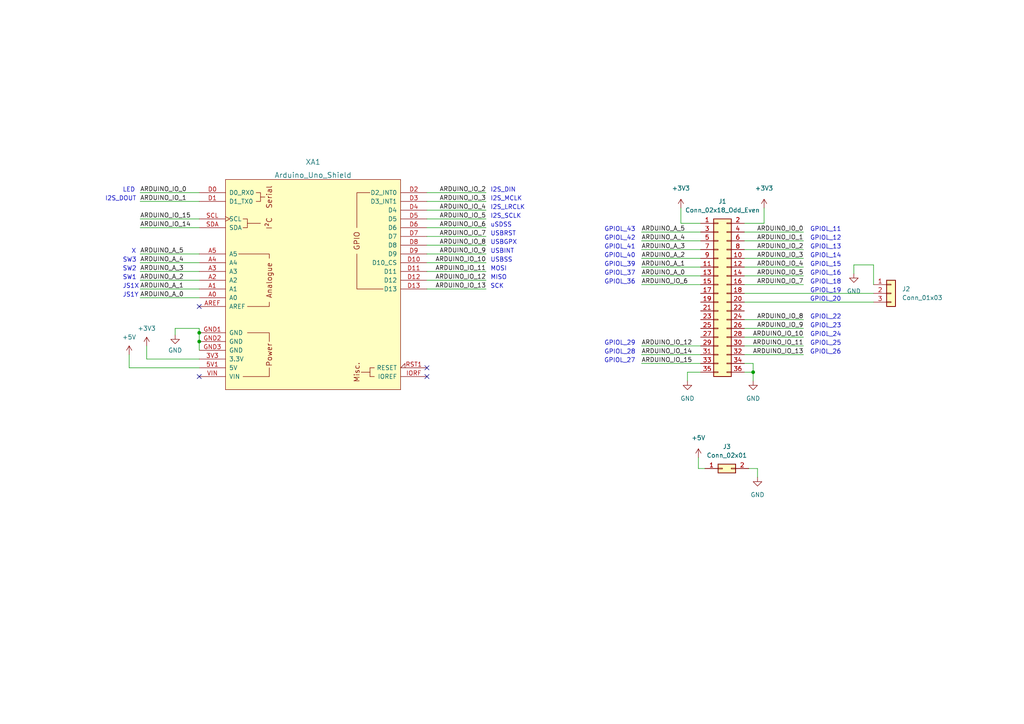
<source format=kicad_sch>
(kicad_sch (version 20211123) (generator eeschema)
  (paper "A4")
  (lib_symbols
    (symbol "Connector_Generic:Conn_01x03" (pin_names (offset 1.016) hide)
      (property "Reference" "J" (at 0 5.08 0))
      (property "Value" "Conn_01x03" (at 0 -5.08 0))
      (symbol "Conn_01x03_1_1"
        (rectangle (start -1.27 -2.413) (end 0 -2.667) (stroke (width 0.1524)))
        (rectangle (start -1.27 0.127) (end 0 -0.127) (stroke (width 0.1524)))
        (rectangle (start -1.27 2.667) (end 0 2.413) (stroke (width 0.1524)))
        (rectangle (start -1.27 3.81) (end 1.27 -3.81) (stroke (width 0.254)) (fill (type background)))
        (pin passive line (at -5.08 2.54 0) (length 3.81) (name "Pin_1") (number "1"))
        (pin passive line (at -5.08 0 0) (length 3.81) (name "Pin_2") (number "2"))
        (pin passive line (at -5.08 -2.54 0) (length 3.81) (name "Pin_3") (number "3"))
      )
    )
    (symbol "Connector_Generic:Conn_02x01" (pin_names (offset 1.016) hide)
      (property "Reference" "J" (at 1.27 2.54 0))
      (property "Value" "Conn_02x01" (at 1.27 -2.54 0))
      (symbol "Conn_02x01_1_1"
        (rectangle (start -1.27 0.127) (end 0 -0.127) (stroke (width 0.1524)))
        (rectangle (start -1.27 1.27) (end 3.81 -1.27) (stroke (width 0.254)) (fill (type background)))
        (rectangle (start 3.81 0.127) (end 2.54 -0.127) (stroke (width 0.1524)))
        (pin passive line (at -5.08 0 0) (length 3.81) (name "Pin_1") (number "1"))
        (pin passive line (at 7.62 0 180) (length 3.81) (name "Pin_2") (number "2"))
      )
    )
    (symbol "Connector_Generic:Conn_02x18_Odd_Even" (pin_names (offset 1.016) hide)
      (property "Reference" "J" (at 1.27 22.86 0))
      (property "Value" "Conn_02x18_Odd_Even" (at 1.27 -25.4 0))
      (symbol "Conn_02x18_Odd_Even_1_1"
        (rectangle (start -1.27 -22.733) (end 0 -22.987) (stroke (width 0.1524)))
        (rectangle (start -1.27 -20.193) (end 0 -20.447) (stroke (width 0.1524)))
        (rectangle (start -1.27 -17.653) (end 0 -17.907) (stroke (width 0.1524)))
        (rectangle (start -1.27 -15.113) (end 0 -15.367) (stroke (width 0.1524)))
        (rectangle (start -1.27 -12.573) (end 0 -12.827) (stroke (width 0.1524)))
        (rectangle (start -1.27 -10.033) (end 0 -10.287) (stroke (width 0.1524)))
        (rectangle (start -1.27 -7.493) (end 0 -7.747) (stroke (width 0.1524)))
        (rectangle (start -1.27 -4.953) (end 0 -5.207) (stroke (width 0.1524)))
        (rectangle (start -1.27 -2.413) (end 0 -2.667) (stroke (width 0.1524)))
        (rectangle (start -1.27 0.127) (end 0 -0.127) (stroke (width 0.1524)))
        (rectangle (start -1.27 2.667) (end 0 2.413) (stroke (width 0.1524)))
        (rectangle (start -1.27 5.207) (end 0 4.953) (stroke (width 0.1524)))
        (rectangle (start -1.27 7.747) (end 0 7.493) (stroke (width 0.1524)))
        (rectangle (start -1.27 10.287) (end 0 10.033) (stroke (width 0.1524)))
        (rectangle (start -1.27 12.827) (end 0 12.573) (stroke (width 0.1524)))
        (rectangle (start -1.27 15.367) (end 0 15.113) (stroke (width 0.1524)))
        (rectangle (start -1.27 17.907) (end 0 17.653) (stroke (width 0.1524)))
        (rectangle (start -1.27 20.447) (end 0 20.193) (stroke (width 0.1524)))
        (rectangle (start -1.27 21.59) (end 3.81 -24.13) (stroke (width 0.254)) (fill (type background)))
        (rectangle (start 3.81 -22.733) (end 2.54 -22.987) (stroke (width 0.1524)))
        (rectangle (start 3.81 -20.193) (end 2.54 -20.447) (stroke (width 0.1524)))
        (rectangle (start 3.81 -17.653) (end 2.54 -17.907) (stroke (width 0.1524)))
        (rectangle (start 3.81 -15.113) (end 2.54 -15.367) (stroke (width 0.1524)))
        (rectangle (start 3.81 -12.573) (end 2.54 -12.827) (stroke (width 0.1524)))
        (rectangle (start 3.81 -10.033) (end 2.54 -10.287) (stroke (width 0.1524)))
        (rectangle (start 3.81 -7.493) (end 2.54 -7.747) (stroke (width 0.1524)))
        (rectangle (start 3.81 -4.953) (end 2.54 -5.207) (stroke (width 0.1524)))
        (rectangle (start 3.81 -2.413) (end 2.54 -2.667) (stroke (width 0.1524)))
        (rectangle (start 3.81 0.127) (end 2.54 -0.127) (stroke (width 0.1524)))
        (rectangle (start 3.81 2.667) (end 2.54 2.413) (stroke (width 0.1524)))
        (rectangle (start 3.81 5.207) (end 2.54 4.953) (stroke (width 0.1524)))
        (rectangle (start 3.81 7.747) (end 2.54 7.493) (stroke (width 0.1524)))
        (rectangle (start 3.81 10.287) (end 2.54 10.033) (stroke (width 0.1524)))
        (rectangle (start 3.81 12.827) (end 2.54 12.573) (stroke (width 0.1524)))
        (rectangle (start 3.81 15.367) (end 2.54 15.113) (stroke (width 0.1524)))
        (rectangle (start 3.81 17.907) (end 2.54 17.653) (stroke (width 0.1524)))
        (rectangle (start 3.81 20.447) (end 2.54 20.193) (stroke (width 0.1524)))
        (pin passive line (at -5.08 20.32 0) (length 3.81) (name "Pin_1") (number "1"))
        (pin passive line (at 7.62 10.16 180) (length 3.81) (name "Pin_10") (number "10"))
        (pin passive line (at -5.08 7.62 0) (length 3.81) (name "Pin_11") (number "11"))
        (pin passive line (at 7.62 7.62 180) (length 3.81) (name "Pin_12") (number "12"))
        (pin passive line (at -5.08 5.08 0) (length 3.81) (name "Pin_13") (number "13"))
        (pin passive line (at 7.62 5.08 180) (length 3.81) (name "Pin_14") (number "14"))
        (pin passive line (at -5.08 2.54 0) (length 3.81) (name "Pin_15") (number "15"))
        (pin passive line (at 7.62 2.54 180) (length 3.81) (name "Pin_16") (number "16"))
        (pin passive line (at -5.08 0 0) (length 3.81) (name "Pin_17") (number "17"))
        (pin passive line (at 7.62 0 180) (length 3.81) (name "Pin_18") (number "18"))
        (pin passive line (at -5.08 -2.54 0) (length 3.81) (name "Pin_19") (number "19"))
        (pin passive line (at 7.62 20.32 180) (length 3.81) (name "Pin_2") (number "2"))
        (pin passive line (at 7.62 -2.54 180) (length 3.81) (name "Pin_20") (number "20"))
        (pin passive line (at -5.08 -5.08 0) (length 3.81) (name "Pin_21") (number "21"))
        (pin passive line (at 7.62 -5.08 180) (length 3.81) (name "Pin_22") (number "22"))
        (pin passive line (at -5.08 -7.62 0) (length 3.81) (name "Pin_23") (number "23"))
        (pin passive line (at 7.62 -7.62 180) (length 3.81) (name "Pin_24") (number "24"))
        (pin passive line (at -5.08 -10.16 0) (length 3.81) (name "Pin_25") (number "25"))
        (pin passive line (at 7.62 -10.16 180) (length 3.81) (name "Pin_26") (number "26"))
        (pin passive line (at -5.08 -12.7 0) (length 3.81) (name "Pin_27") (number "27"))
        (pin passive line (at 7.62 -12.7 180) (length 3.81) (name "Pin_28") (number "28"))
        (pin passive line (at -5.08 -15.24 0) (length 3.81) (name "Pin_29") (number "29"))
        (pin passive line (at -5.08 17.78 0) (length 3.81) (name "Pin_3") (number "3"))
        (pin passive line (at 7.62 -15.24 180) (length 3.81) (name "Pin_30") (number "30"))
        (pin passive line (at -5.08 -17.78 0) (length 3.81) (name "Pin_31") (number "31"))
        (pin passive line (at 7.62 -17.78 180) (length 3.81) (name "Pin_32") (number "32"))
        (pin passive line (at -5.08 -20.32 0) (length 3.81) (name "Pin_33") (number "33"))
        (pin passive line (at 7.62 -20.32 180) (length 3.81) (name "Pin_34") (number "34"))
        (pin passive line (at -5.08 -22.86 0) (length 3.81) (name "Pin_35") (number "35"))
        (pin passive line (at 7.62 -22.86 180) (length 3.81) (name "Pin_36") (number "36"))
        (pin passive line (at 7.62 17.78 180) (length 3.81) (name "Pin_4") (number "4"))
        (pin passive line (at -5.08 15.24 0) (length 3.81) (name "Pin_5") (number "5"))
        (pin passive line (at 7.62 15.24 180) (length 3.81) (name "Pin_6") (number "6"))
        (pin passive line (at -5.08 12.7 0) (length 3.81) (name "Pin_7") (number "7"))
        (pin passive line (at 7.62 12.7 180) (length 3.81) (name "Pin_8") (number "8"))
        (pin passive line (at -5.08 10.16 0) (length 3.81) (name "Pin_9") (number "9"))
      )
    )
    (symbol "arduino:Arduino_Uno_Shield" (pin_names (offset 1.016))
      (property "Reference" "XA1001" (at 0 35.56 0))
      (property "Value" "Arduino_Uno_Shield" (at 0 31.75 0))
      (symbol "Arduino_Uno_Shield_0_0"
        (rectangle (start -25.4 30.48) (end 25.4 -30.48) (fill (type background)))
        (rectangle (start -20.32 -26.67) (end -12.7 -26.67))
        (rectangle (start -19.05 -13.97) (end -12.7 -13.97))
        (polyline (pts (xy -19.05 17.78) (xy -15.24 17.78)))
        (polyline (pts (xy -15.24 25.4) (xy -13.97 25.4)))
        (polyline (pts (xy -12.7 -26.67) (xy -12.7 -24.13)))
        (polyline (pts (xy -12.7 -15.24) (xy -12.7 -16.51)))
        (polyline (pts (xy -12.7 -13.97) (xy -12.7 -15.24)))
        (polyline (pts (xy -12.7 -5.08) (xy -12.7 -6.35) (xy -19.05 -6.35)))
        (polyline (pts (xy -12.7 7.62) (xy -12.7 8.89) (xy -21.59 8.89)))
        (polyline (pts (xy 12.7 8.89) (xy 12.7 -1.27) (xy 20.32 -1.27)))
        (polyline (pts (xy 12.7 16.51) (xy 12.7 26.67) (xy 16.51 26.67)))
        (polyline (pts (xy -20.32 19.05) (xy -19.05 19.05) (xy -19.05 16.51) (xy -20.32 16.51)))
        (polyline (pts (xy -16.51 26.67) (xy -15.24 26.67) (xy -15.24 24.13) (xy -16.51 24.13)))
        (rectangle (start 16.51 -25.4) (end 13.97 -25.4))
        (rectangle (start 16.51 -24.13) (end 16.51 -26.67))
        (rectangle (start 17.78 -26.67) (end 16.51 -26.67))
        (rectangle (start 17.78 -24.13) (end 16.51 -24.13))
        (text "Analogue" (at -12.7 1.27 900) (effects (font (size 1.524 1.524))))
        (text "I²C" (at -12.7 17.78 900) (effects (font (size 1.524 1.524))))
        (text "Misc." (at 12.7 -25.4 900) (effects (font (size 1.524 1.524))))
        (text "Power" (at -12.7 -20.32 900) (effects (font (size 1.524 1.524))))
        (text "Serial" (at -12.7 25.4 900) (effects (font (size 1.524 1.524))))
      )
      (symbol "Arduino_Uno_Shield_1_0"
        (text "GPIO" (at 12.7 12.7 900) (effects (font (size 1.524 1.524))))
      )
      (symbol "Arduino_Uno_Shield_1_1"
        (pin power_out line (at -33.02 -21.59 0) (length 7.62) (name "3.3V") (number "3V3"))
        (pin power_in line (at -33.02 -24.13 0) (length 7.62) (name "5V") (number "5V1"))
        (pin bidirectional line (at -33.02 -3.81 0) (length 7.62) (name "A0") (number "A0"))
        (pin bidirectional line (at -33.02 -1.27 0) (length 7.62) (name "A1") (number "A1"))
        (pin bidirectional line (at -33.02 1.27 0) (length 7.62) (name "A2") (number "A2"))
        (pin bidirectional line (at -33.02 3.81 0) (length 7.62) (name "A3") (number "A3"))
        (pin bidirectional line (at -33.02 6.35 0) (length 7.62) (name "A4") (number "A4"))
        (pin bidirectional line (at -33.02 8.89 0) (length 7.62) (name "A5") (number "A5"))
        (pin input line (at -33.02 -6.35 0) (length 7.62) (name "AREF") (number "AREF"))
        (pin bidirectional line (at -33.02 26.67 0) (length 7.62) (name "D0_RX0") (number "D0"))
        (pin bidirectional line (at -33.02 24.13 0) (length 7.62) (name "D1_TX0") (number "D1"))
        (pin bidirectional line (at 33.02 6.35 180) (length 7.62) (name "D10_CS") (number "D10"))
        (pin bidirectional line (at 33.02 3.81 180) (length 7.62) (name "D11") (number "D11"))
        (pin bidirectional line (at 33.02 1.27 180) (length 7.62) (name "D12") (number "D12"))
        (pin bidirectional line (at 33.02 -1.27 180) (length 7.62) (name "D13") (number "D13"))
        (pin bidirectional line (at 33.02 26.67 180) (length 7.62) (name "D2_INT0") (number "D2"))
        (pin bidirectional line (at 33.02 24.13 180) (length 7.62) (name "D3_INT1") (number "D3"))
        (pin bidirectional line (at 33.02 21.59 180) (length 7.62) (name "D4") (number "D4"))
        (pin bidirectional line (at 33.02 19.05 180) (length 7.62) (name "D5") (number "D5"))
        (pin bidirectional line (at 33.02 16.51 180) (length 7.62) (name "D6") (number "D6"))
        (pin bidirectional line (at 33.02 13.97 180) (length 7.62) (name "D7") (number "D7"))
        (pin bidirectional line (at 33.02 11.43 180) (length 7.62) (name "D8") (number "D8"))
        (pin bidirectional line (at 33.02 8.89 180) (length 7.62) (name "D9") (number "D9"))
        (pin power_in line (at -33.02 -13.97 0) (length 7.62) (name "GND") (number "GND1"))
        (pin power_in line (at -33.02 -16.51 0) (length 7.62) (name "GND") (number "GND2"))
        (pin power_in line (at -33.02 -19.05 0) (length 7.62) (name "GND") (number "GND3"))
        (pin output line (at 33.02 -26.67 180) (length 7.62) (name "IOREF") (number "IORF"))
        (pin open_collector input_low (at 33.02 -24.13 180) (length 7.62) (name "RESET") (number "RST1"))
        (pin bidirectional clock (at -33.02 19.05 0) (length 7.62) (name "SCL") (number "SCL"))
        (pin bidirectional line (at -33.02 16.51 0) (length 7.62) (name "SDA") (number "SDA"))
        (pin power_in line (at -33.02 -26.67 0) (length 7.62) (name "VIN") (number "VIN"))
      )
    )
    (symbol "power:+3V3" (power) (pin_names (offset 0))
      (property "Value" "+3V3" (at 0 3.556 0))
      (symbol "+3V3_0_1"
        (polyline (pts (xy -0.762 1.27) (xy 0 2.54)))
        (polyline (pts (xy 0 0) (xy 0 2.54)))
        (polyline (pts (xy 0 2.54) (xy 0.762 1.27)))
      )
      (symbol "+3V3_1_1"
        (pin power_in line (at 0 0 90) (length 0) hide (name "+3V3") (number "1"))
      )
    )
    (symbol "power:+5V" (power) (pin_names (offset 0))
      (property "Value" "+5V" (at 0 3.556 0))
      (symbol "+5V_0_1"
        (polyline (pts (xy -0.762 1.27) (xy 0 2.54)))
        (polyline (pts (xy 0 0) (xy 0 2.54)))
        (polyline (pts (xy 0 2.54) (xy 0.762 1.27)))
      )
      (symbol "+5V_1_1"
        (pin power_in line (at 0 0 90) (length 0) hide (name "+5V") (number "1"))
      )
    )
    (symbol "power:GND" (power) (pin_names (offset 0))
      (property "Value" "GND" (at 0 -3.81 0))
      (symbol "GND_0_1"
        (polyline (pts (xy 0 0) (xy 0 -1.27) (xy 1.27 -1.27) (xy 0 -2.54) (xy -1.27 -1.27) (xy 0 -1.27)))
      )
      (symbol "GND_1_1"
        (pin power_in line (at 0 0 270) (length 0) hide (name "GND") (number "1"))
      )
    )
  )
  (junction (at 218.44 107.95))
  (junction (at 57.785 99.06))
  (junction (at 57.785 96.52))
  (no_connect (at 123.825 109.22))
  (no_connect (at 123.825 106.68))
  (no_connect (at 57.785 109.22))
  (no_connect (at 57.785 88.9))
  (wire (pts (xy 186.055 105.41) (xy 203.2 105.41)))
  (wire (pts (xy 40.64 73.66) (xy 57.785 73.66)))
  (wire (pts (xy 140.97 58.42) (xy 123.825 58.42)))
  (wire (pts (xy 199.39 107.95) (xy 203.2 107.95)))
  (wire (pts (xy 57.785 95.25) (xy 57.785 96.52)))
  (wire (pts (xy 186.055 67.31) (xy 203.2 67.31)))
  (wire (pts (xy 186.055 77.47) (xy 203.2 77.47)))
  (wire (pts (xy 197.485 64.77) (xy 203.2 64.77)))
  (wire (pts (xy 215.9 85.09) (xy 253.365 85.09)))
  (wire (pts (xy 233.045 69.85) (xy 215.9 69.85)))
  (wire (pts (xy 40.64 55.88) (xy 57.785 55.88)))
  (wire (pts (xy 40.64 63.5) (xy 57.785 63.5)))
  (wire (pts (xy 215.9 87.63) (xy 253.365 87.63)))
  (wire (pts (xy 50.8 95.25) (xy 57.785 95.25)))
  (wire (pts (xy 186.055 100.33) (xy 203.2 100.33)))
  (wire (pts (xy 247.65 79.375) (xy 247.65 76.835)))
  (wire (pts (xy 37.465 102.87) (xy 37.465 106.68)))
  (wire (pts (xy 221.615 60.325) (xy 221.615 64.77)))
  (wire (pts (xy 199.39 110.49) (xy 199.39 107.95)))
  (wire (pts (xy 215.9 105.41) (xy 218.44 105.41)))
  (wire (pts (xy 253.365 76.835) (xy 253.365 82.55)))
  (wire (pts (xy 233.045 92.71) (xy 215.9 92.71)))
  (wire (pts (xy 40.64 58.42) (xy 57.785 58.42)))
  (wire (pts (xy 218.44 107.95) (xy 218.44 110.49)))
  (wire (pts (xy 233.045 100.33) (xy 215.9 100.33)))
  (wire (pts (xy 221.615 64.77) (xy 215.9 64.77)))
  (wire (pts (xy 140.97 66.04) (xy 123.825 66.04)))
  (wire (pts (xy 233.045 77.47) (xy 215.9 77.47)))
  (wire (pts (xy 233.045 74.93) (xy 215.9 74.93)))
  (wire (pts (xy 202.565 132.715) (xy 202.565 135.89)))
  (wire (pts (xy 233.045 67.31) (xy 215.9 67.31)))
  (wire (pts (xy 219.71 138.43) (xy 219.71 135.89)))
  (wire (pts (xy 197.485 60.325) (xy 197.485 64.77)))
  (wire (pts (xy 140.97 60.96) (xy 123.825 60.96)))
  (wire (pts (xy 57.785 99.06) (xy 57.785 101.6)))
  (wire (pts (xy 186.055 80.01) (xy 203.2 80.01)))
  (wire (pts (xy 233.045 102.87) (xy 215.9 102.87)))
  (wire (pts (xy 140.97 68.58) (xy 123.825 68.58)))
  (wire (pts (xy 186.055 74.93) (xy 203.2 74.93)))
  (wire (pts (xy 233.045 97.79) (xy 215.9 97.79)))
  (wire (pts (xy 233.045 82.55) (xy 215.9 82.55)))
  (wire (pts (xy 233.045 72.39) (xy 215.9 72.39)))
  (wire (pts (xy 140.97 71.12) (xy 123.825 71.12)))
  (wire (pts (xy 42.545 100.33) (xy 42.545 104.14)))
  (wire (pts (xy 40.64 83.82) (xy 57.785 83.82)))
  (wire (pts (xy 186.055 102.87) (xy 203.2 102.87)))
  (wire (pts (xy 140.97 83.82) (xy 123.825 83.82)))
  (wire (pts (xy 140.97 78.74) (xy 123.825 78.74)))
  (wire (pts (xy 37.465 106.68) (xy 57.785 106.68)))
  (wire (pts (xy 247.65 76.835) (xy 253.365 76.835)))
  (wire (pts (xy 233.045 80.01) (xy 215.9 80.01)))
  (wire (pts (xy 218.44 105.41) (xy 218.44 107.95)))
  (wire (pts (xy 57.785 96.52) (xy 57.785 99.06)))
  (wire (pts (xy 186.055 82.55) (xy 203.2 82.55)))
  (wire (pts (xy 40.64 81.28) (xy 57.785 81.28)))
  (wire (pts (xy 140.97 76.2) (xy 123.825 76.2)))
  (wire (pts (xy 140.97 55.88) (xy 123.825 55.88)))
  (wire (pts (xy 186.055 69.85) (xy 203.2 69.85)))
  (wire (pts (xy 215.9 107.95) (xy 218.44 107.95)))
  (wire (pts (xy 219.71 135.89) (xy 217.17 135.89)))
  (wire (pts (xy 202.565 135.89) (xy 204.47 135.89)))
  (wire (pts (xy 42.545 104.14) (xy 57.785 104.14)))
  (wire (pts (xy 186.055 72.39) (xy 203.2 72.39)))
  (wire (pts (xy 140.97 63.5) (xy 123.825 63.5)))
  (wire (pts (xy 233.045 95.25) (xy 215.9 95.25)))
  (wire (pts (xy 50.8 97.155) (xy 50.8 95.25)))
  (wire (pts (xy 40.64 86.36) (xy 57.785 86.36)))
  (wire (pts (xy 40.64 76.2) (xy 57.785 76.2)))
  (wire (pts (xy 40.64 66.04) (xy 57.785 66.04)))
  (wire (pts (xy 140.97 73.66) (xy 123.825 73.66)))
  (wire (pts (xy 140.97 81.28) (xy 123.825 81.28)))
  (wire (pts (xy 40.64 78.74) (xy 57.785 78.74)))
  (text "GPIOL_28" (at 175.26 102.87 0) (effects (font (size 1.27 1.27)) (justify left bottom)))
  (text "GPIOL_16" (at 234.95 80.01 0) (effects (font (size 1.27 1.27)) (justify left bottom)))
  (text "JS1Y" (at 35.56 86.36 0) (effects (font (size 1.27 1.27)) (justify left bottom)))
  (text "GPIOL_14" (at 234.95 74.93 0) (effects (font (size 1.27 1.27)) (justify left bottom)))
  (text "GPIOL_39" (at 175.26 77.47 0) (effects (font (size 1.27 1.27)) (justify left bottom)))
  (text "GPIOL_40" (at 175.2392 74.9031 0) (effects (font (size 1.27 1.27)) (justify left bottom)))
  (text "GPIOL_36" (at 175.26 82.55 0) (effects (font (size 1.27 1.27)) (justify left bottom)))
  (text "MISO" (at 142.24 81.28 0) (effects (font (size 1.27 1.27)) (justify left bottom)))
  (text "SW3" (at 35.56 76.2 0) (effects (font (size 1.27 1.27)) (justify left bottom)))
  (text "I2S_SCLK" (at 142.24 63.5 0) (effects (font (size 1.27 1.27)) (justify left bottom)))
  (text "LED" (at 35.56 55.88 0) (effects (font (size 1.27 1.27)) (justify left bottom)))
  (text "GPIOL_11" (at 234.95 67.31 0) (effects (font (size 1.27 1.27)) (justify left bottom)))
  (text "GPIOL_41" (at 175.26 72.39 0) (effects (font (size 1.27 1.27)) (justify left bottom)))
  (text "GPIOL_20" (at 234.9176 87.5645 0) (effects (font (size 1.27 1.27)) (justify left bottom)))
  (text "SW1" (at 35.56 81.28 0) (effects (font (size 1.27 1.27)) (justify left bottom)))
  (text "X" (at 38.1 73.66 0) (effects (font (size 1.27 1.27)) (justify left bottom)))
  (text "GPIOL_27" (at 175.2097 105.3696 0) (effects (font (size 1.27 1.27)) (justify left bottom)))
  (text "USBSS" (at 142.24 76.2 0) (effects (font (size 1.27 1.27)) (justify left bottom)))
  (text "JS1X" (at 35.56 83.82 0) (effects (font (size 1.27 1.27)) (justify left bottom)))
  (text "USBGPX" (at 142.2387 71.0906 0) (effects (font (size 1.27 1.27)) (justify left bottom)))
  (text "GPIOL_24" (at 234.95 97.79 0) (effects (font (size 1.27 1.27)) (justify left bottom)))
  (text "SCK" (at 142.2082 83.8199 0) (effects (font (size 1.27 1.27)) (justify left bottom)))
  (text "I2S_LRCLK" (at 142.24 60.96 0) (effects (font (size 1.27 1.27)) (justify left bottom)))
  (text "GPIOL_25" (at 234.95 100.33 0) (effects (font (size 1.27 1.27)) (justify left bottom)))
  (text "GPIOL_43" (at 175.26 67.31 0) (effects (font (size 1.27 1.27)) (justify left bottom)))
  (text "GPIOL_19" (at 234.95 85.09 0) (effects (font (size 1.27 1.27)) (justify left bottom)))
  (text "GPIOL_42" (at 175.26 69.85 0) (effects (font (size 1.27 1.27)) (justify left bottom)))
  (text "uSDSS" (at 142.24 66.04 0) (effects (font (size 1.27 1.27)) (justify left bottom)))
  (text "GPIOL_15" (at 234.95 77.47 0) (effects (font (size 1.27 1.27)) (justify left bottom)))
  (text "USBINT" (at 142.24 73.66 0) (effects (font (size 1.27 1.27)) (justify left bottom)))
  (text "MOSI" (at 142.24 78.74 0) (effects (font (size 1.27 1.27)) (justify left bottom)))
  (text "GPIOL_18" (at 234.95 82.55 0) (effects (font (size 1.27 1.27)) (justify left bottom)))
  (text "I2S_MCLK" (at 142.24 58.42 0) (effects (font (size 1.27 1.27)) (justify left bottom)))
  (text "I2S_DOUT" (at 30.48 58.42 0) (effects (font (size 1.27 1.27)) (justify left bottom)))
  (text "USBRST" (at 142.24 68.58 0) (effects (font (size 1.27 1.27)) (justify left bottom)))
  (text "GPIOL_29" (at 175.2563 100.2994 0) (effects (font (size 1.27 1.27)) (justify left bottom)))
  (text "GPIOL_12" (at 234.95 69.85 0) (effects (font (size 1.27 1.27)) (justify left bottom)))
  (text "GPIOL_22" (at 234.95 92.71 0) (effects (font (size 1.27 1.27)) (justify left bottom)))
  (text "I2S_DIN" (at 142.24 55.88 0) (effects (font (size 1.27 1.27)) (justify left bottom)))
  (text "GPIOL_37" (at 175.26 80.01 0) (effects (font (size 1.27 1.27)) (justify left bottom)))
  (text "GPIOL_13" (at 234.95 72.39 0) (effects (font (size 1.27 1.27)) (justify left bottom)))
  (text "SW2" (at 35.5587 78.7399 0) (effects (font (size 1.27 1.27)) (justify left bottom)))
  (text "GPIOL_23" (at 234.95 95.25 0) (effects (font (size 1.27 1.27)) (justify left bottom)))
  (text "GPIOL_26" (at 234.9176 102.8669 0) (effects (font (size 1.27 1.27)) (justify left bottom)))
  (label "ARDUINO_A_0" (at 186.055 80.01 0))
  (label "ARDUINO_IO_12" (at 140.97 81.28 180))
  (label "ARDUINO_IO_11" (at 233.045 100.33 180))
  (label "ARDUINO_IO_7" (at 140.97 68.58 180))
  (label "ARDUINO_A_3" (at 186.055 72.39 0))
  (label "ARDUINO_IO_13" (at 233.045 102.87 180))
  (label "ARDUINO_IO_13" (at 140.97 83.82 180))
  (label "ARDUINO_IO_3" (at 233.045 74.93 180))
  (label "ARDUINO_IO_15" (at 186.055 105.41 0))
  (label "ARDUINO_A_2" (at 40.64 81.28 0))
  (label "ARDUINO_A_4" (at 186.055 69.85 0))
  (label "ARDUINO_IO_14" (at 186.055 102.87 0))
  (label "ARDUINO_IO_0" (at 40.64 55.88 0))
  (label "ARDUINO_IO_12" (at 186.055 100.33 0))
  (label "ARDUINO_IO_9" (at 233.045 95.25 180))
  (label "ARDUINO_IO_3" (at 140.97 58.42 180))
  (label "ARDUINO_IO_10" (at 233.045 97.79 180))
  (label "ARDUINO_IO_8" (at 233.045 92.71 180))
  (label "ARDUINO_IO_9" (at 140.97 73.66 180))
  (label "ARDUINO_IO_14" (at 40.64 66.04 0))
  (label "ARDUINO_IO_15" (at 40.64 63.5 0))
  (label "ARDUINO_A_5" (at 40.64 73.66 0))
  (label "ARDUINO_IO_11" (at 140.97 78.74 180))
  (label "ARDUINO_IO_5" (at 233.045 80.01 180))
  (label "ARDUINO_A_1" (at 186.055 77.47 0))
  (label "ARDUINO_IO_1" (at 233.045 69.85 180))
  (label "ARDUINO_IO_1" (at 40.64 58.42 0))
  (label "ARDUINO_A_2" (at 186.055 74.93 0))
  (label "ARDUINO_IO_4" (at 140.97 60.96 180))
  (label "ARDUINO_IO_4" (at 233.045 77.47 180))
  (label "ARDUINO_IO_5" (at 140.97 63.5 180))
  (label "ARDUINO_IO_6" (at 186.055 82.55 0))
  (label "ARDUINO_IO_10" (at 140.97 76.2 180))
  (label "ARDUINO_IO_8" (at 140.97 71.12 180))
  (label "ARDUINO_A_3" (at 40.64 78.74 0))
  (label "ARDUINO_IO_6" (at 140.97 66.04 180))
  (label "ARDUINO_A_0" (at 40.64 86.36 0))
  (label "ARDUINO_IO_0" (at 233.045 67.31 180))
  (label "ARDUINO_IO_7" (at 233.045 82.55 180))
  (label "ARDUINO_IO_2" (at 140.97 55.88 180))
  (label "ARDUINO_A_5" (at 186.055 67.31 0))
  (label "ARDUINO_A_4" (at 40.64 76.2 0))
  (label "ARDUINO_IO_2" (at 233.045 72.39 180))
  (label "ARDUINO_A_1" (at 40.64 83.82 0))
  (symbol (lib_id "power:GND") (at 199.39 110.49 0) (unit 1)
    (property "Reference" "#PWR07" (effects hide))
    (property "Value" "GND" (at 199.39 115.57 0))
  )
  (symbol (lib_id "power:+3V3") (at 42.545 100.33 0) (unit 1)
    (property "Reference" "#PWR05" (effects hide))
    (property "Value" "+3V3" (at 42.545 95.25 0))
  )
  (symbol (lib_id "power:GND") (at 219.71 138.43 0) (unit 1)
    (property "Reference" "#PWR010" (effects hide))
    (property "Value" "GND" (at 219.71 143.51 0))
  )
  (symbol (lib_id "power:GND") (at 50.8 97.155 0) (unit 1)
    (property "Reference" "#PWR04" (effects hide))
    (property "Value" "GND" (at 50.8 101.6 0))
  )
  (symbol (lib_id "Connector_Generic:Conn_02x01") (at 209.55 135.89 0) (unit 1)
    (property "Reference" "J3" (at 210.82 129.54 0))
    (property "Value" "Conn_02x01" (at 210.82 132.08 0))
    (property "Footprint" "Connector_PinSocket_2.54mm:PinSocket_2x01_P2.54mm_Vertical" (effects hide))
  )
  (symbol (lib_id "power:+5V") (at 37.465 102.87 0) (unit 1)
    (property "Reference" "#PWR06" (effects hide))
    (property "Value" "+5V" (at 37.465 97.79 0))
  )
  (symbol (lib_id "power:+3V3") (at 197.485 60.325 0) (unit 1)
    (property "Reference" "#PWR01" (effects hide))
    (property "Value" "+3V3" (at 197.485 54.61 0))
  )
  (symbol (lib_id "arduino:Arduino_Uno_Shield") (at 90.805 82.55 0) (unit 1)
    (property "Reference" "XA1" (at 90.805 46.99 0) (effects (font (size 1.524 1.524))))
    (property "Value" "Arduino_Uno_Shield" (at 90.805 50.8 0) (effects (font (size 1.524 1.524))))
    (property "Footprint" "Arduino_Library:Arduino_Uno_Shield" (effects hide))
    (property "Datasheet" "https://docs.arduino.cc/hardware/uno-rev3" (effects hide))
  )
  (symbol (lib_id "power:GND") (at 218.44 110.49 0) (unit 1)
    (property "Reference" "#PWR08" (effects hide))
    (property "Value" "GND" (at 218.44 115.57 0))
  )
  (symbol (lib_id "Connector_Generic:Conn_02x18_Odd_Even") (at 208.28 85.09 0) (unit 1)
    (property "Reference" "J1" (at 209.55 58.42 0))
    (property "Value" "Conn_02x18_Odd_Even" (at 209.55 60.96 0))
    (property "Footprint" "Connector_PinSocket_2.54mm:PinSocket_2x18_P2.54mm_Vertical" (effects hide))
  )
  (symbol (lib_id "power:+5V") (at 202.565 132.715 0) (unit 1)
    (property "Reference" "#PWR09" (effects hide))
    (property "Value" "+5V" (at 202.565 127 0))
  )
  (symbol (lib_id "Connector_Generic:Conn_01x03") (at 258.445 85.09 0) (unit 1)
    (property "Reference" "J2" (at 261.62 83.8199 0) (effects (justify left)))
    (property "Value" "Conn_01x03" (at 261.62 86.3599 0) (effects (justify left)))
    (property "Footprint" "Connector_PinSocket_2.54mm:PinSocket_1x03_P2.54mm_Vertical" (effects hide))
  )
  (symbol (lib_id "power:+3V3") (at 221.615 60.325 0) (unit 1)
    (property "Reference" "#PWR02" (effects hide))
    (property "Value" "+3V3" (at 221.615 54.61 0))
  )
  (symbol (lib_id "power:GND") (at 247.65 79.375 0) (unit 1)
    (property "Reference" "#PWR03" (effects hide))
    (property "Value" "GND" (at 247.65 84.455 0))
  )
)
</source>
